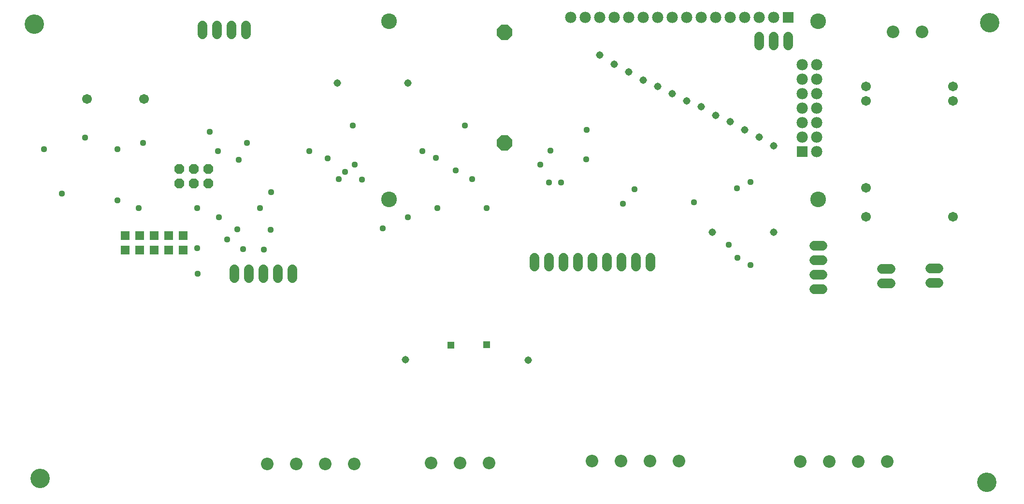
<source format=gbr>
G75*
%MOIN*%
%OFA0B0*%
%FSLAX25Y25*%
%IPPOS*%
%LPD*%
%AMOC8*
5,1,8,0,0,1.08239X$1,22.5*
%
%ADD10C,0.13398*%
%ADD11OC8,0.10800*%
%ADD12C,0.06737*%
%ADD13C,0.08674*%
%ADD14OC8,0.06800*%
%ADD15C,0.06800*%
%ADD16R,0.05950X0.05950*%
%ADD17C,0.06706*%
%ADD18C,0.07800*%
%ADD19R,0.07800X0.07800*%
%ADD20C,0.10800*%
%ADD21C,0.06737*%
%ADD22C,0.04375*%
%ADD23C,0.05162*%
%ADD24R,0.05162X0.05162*%
D10*
X0020187Y0023500D03*
X0016187Y0337000D03*
X0673187Y0020750D03*
X0675437Y0338000D03*
D11*
X0340687Y0331500D03*
X0340687Y0255250D03*
D12*
X0194437Y0167719D02*
X0194437Y0161781D01*
X0184437Y0161781D02*
X0184437Y0167719D01*
X0174437Y0167719D02*
X0174437Y0161781D01*
X0164437Y0161781D02*
X0164437Y0167719D01*
X0154437Y0167719D02*
X0154437Y0161781D01*
X0554219Y0164250D02*
X0560156Y0164250D01*
X0560156Y0154250D02*
X0554219Y0154250D01*
X0554219Y0174250D02*
X0560156Y0174250D01*
X0560156Y0184250D02*
X0554219Y0184250D01*
X0634219Y0168500D02*
X0640156Y0168500D01*
X0640156Y0158500D02*
X0634219Y0158500D01*
D13*
X0604520Y0035098D03*
X0584520Y0035098D03*
X0564520Y0035098D03*
X0544520Y0035098D03*
X0461020Y0035348D03*
X0441020Y0035348D03*
X0421020Y0035348D03*
X0401020Y0035348D03*
X0330020Y0034098D03*
X0310020Y0034098D03*
X0290020Y0034098D03*
X0236854Y0033402D03*
X0216854Y0033402D03*
X0196854Y0033402D03*
X0176854Y0033402D03*
X0608604Y0331652D03*
X0628604Y0331652D03*
D14*
X0136187Y0237250D03*
X0126187Y0237250D03*
X0116187Y0237250D03*
X0116187Y0227250D03*
X0126187Y0227250D03*
X0136187Y0227250D03*
D15*
X0132187Y0330250D02*
X0132187Y0336250D01*
X0142187Y0336250D02*
X0142187Y0330250D01*
X0152187Y0330250D02*
X0152187Y0336250D01*
X0162187Y0336250D02*
X0162187Y0330250D01*
X0361187Y0175750D02*
X0361187Y0169750D01*
X0371187Y0169750D02*
X0371187Y0175750D01*
X0381187Y0175750D02*
X0381187Y0169750D01*
X0391187Y0169750D02*
X0391187Y0175750D01*
X0401187Y0175750D02*
X0401187Y0169750D01*
X0411187Y0169750D02*
X0411187Y0175750D01*
X0421187Y0175750D02*
X0421187Y0169750D01*
X0431187Y0169750D02*
X0431187Y0175750D01*
X0441187Y0175750D02*
X0441187Y0169750D01*
X0600937Y0168250D02*
X0606937Y0168250D01*
X0606937Y0158250D02*
X0600937Y0158250D01*
X0536187Y0322500D02*
X0536187Y0328500D01*
X0526187Y0328500D02*
X0526187Y0322500D01*
X0516187Y0322500D02*
X0516187Y0328500D01*
D16*
X0118937Y0191250D03*
X0108937Y0191250D03*
X0098937Y0191250D03*
X0088937Y0191250D03*
X0078937Y0191250D03*
X0078937Y0181250D03*
X0088937Y0181250D03*
X0098937Y0181250D03*
X0108937Y0181250D03*
X0118937Y0181250D03*
D17*
X0092122Y0285486D03*
X0052752Y0285486D03*
D18*
X0386203Y0341750D03*
X0396203Y0341750D03*
X0406203Y0341750D03*
X0416203Y0341750D03*
X0426203Y0341750D03*
X0436203Y0341750D03*
X0446203Y0341750D03*
X0456203Y0341750D03*
X0466203Y0341750D03*
X0476203Y0341750D03*
X0486203Y0341750D03*
X0496203Y0341750D03*
X0506203Y0341750D03*
X0516203Y0341750D03*
X0526203Y0341750D03*
X0545937Y0309250D03*
X0555937Y0309250D03*
X0555937Y0299250D03*
X0545937Y0299250D03*
X0545937Y0289250D03*
X0555937Y0289250D03*
X0555937Y0279250D03*
X0545937Y0279250D03*
X0545937Y0269250D03*
X0555937Y0269250D03*
X0555937Y0259250D03*
X0545937Y0259250D03*
X0555937Y0249250D03*
D19*
X0545937Y0249250D03*
X0536203Y0341750D03*
D20*
X0556937Y0339250D03*
X0556937Y0216250D03*
X0260837Y0216250D03*
X0260837Y0339250D03*
D21*
X0589937Y0294000D03*
X0589937Y0284000D03*
X0649937Y0284000D03*
X0649937Y0294000D03*
X0589937Y0224000D03*
X0589937Y0204000D03*
X0649937Y0204000D03*
D22*
X0510187Y0228250D03*
X0500937Y0223750D03*
X0471187Y0214250D03*
X0430187Y0223000D03*
X0422187Y0213000D03*
X0379687Y0227750D03*
X0371187Y0227750D03*
X0365437Y0240250D03*
X0372187Y0249750D03*
X0396937Y0243750D03*
X0397187Y0264250D03*
X0313187Y0267000D03*
X0283937Y0249500D03*
X0293187Y0244750D03*
X0306937Y0236000D03*
X0318187Y0230000D03*
X0328187Y0210250D03*
X0294437Y0210250D03*
X0273937Y0203750D03*
X0256687Y0196000D03*
X0242187Y0229750D03*
X0230687Y0235000D03*
X0237187Y0240250D03*
X0226437Y0230250D03*
X0218687Y0244500D03*
X0205937Y0249500D03*
X0236073Y0267000D03*
X0162937Y0255000D03*
X0142937Y0249500D03*
X0157187Y0243500D03*
X0137187Y0262750D03*
X0091187Y0255000D03*
X0073687Y0250750D03*
X0051437Y0258750D03*
X0022937Y0250750D03*
X0035437Y0220250D03*
X0073687Y0215500D03*
X0088437Y0210000D03*
X0128687Y0210000D03*
X0143687Y0203750D03*
X0156187Y0195500D03*
X0149187Y0188500D03*
X0160437Y0181750D03*
X0174687Y0181500D03*
X0179437Y0195000D03*
X0171937Y0210000D03*
X0179687Y0221000D03*
X0128687Y0182500D03*
X0128937Y0164750D03*
X0495437Y0184750D03*
X0501187Y0175750D03*
X0510187Y0170750D03*
D23*
X0526437Y0193500D03*
X0483937Y0193500D03*
X0526187Y0253250D03*
X0516187Y0259000D03*
X0506203Y0264250D03*
X0496203Y0269750D03*
X0486203Y0274250D03*
X0476203Y0280000D03*
X0466203Y0284250D03*
X0456203Y0289000D03*
X0446203Y0294250D03*
X0436203Y0298500D03*
X0426203Y0304250D03*
X0416203Y0309500D03*
X0406203Y0315750D03*
X0273937Y0296500D03*
X0225437Y0296500D03*
X0272187Y0105500D03*
X0356937Y0105250D03*
D24*
X0328187Y0115750D03*
X0303687Y0115500D03*
M02*

</source>
